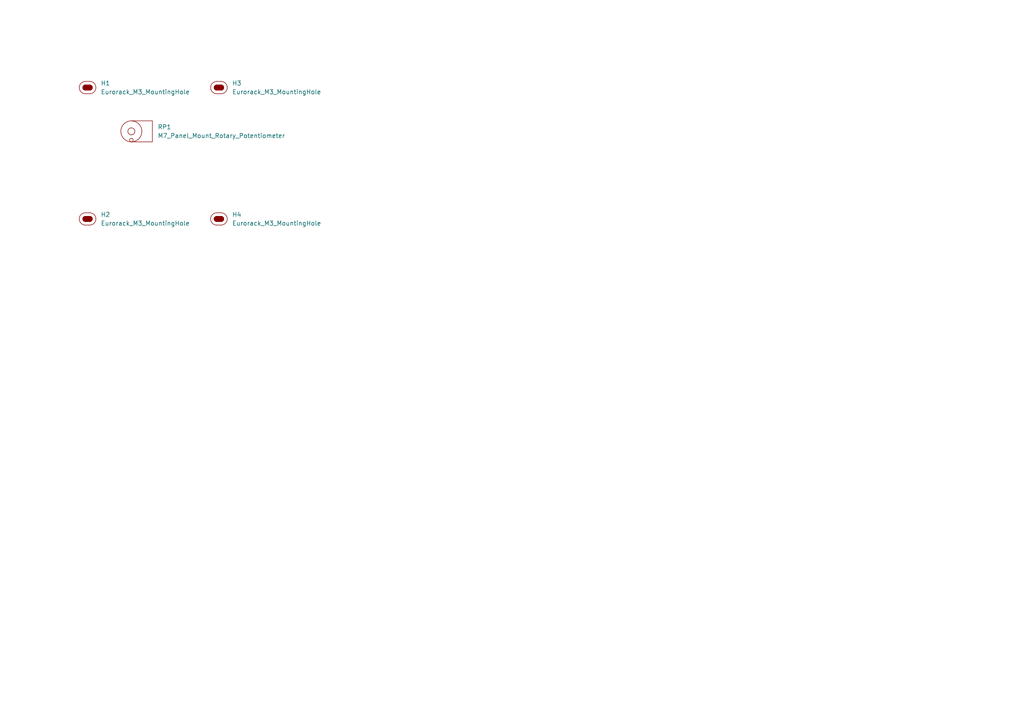
<source format=kicad_sch>
(kicad_sch (version 20250114) (generator "eeschema") (generator_version "9.0")
  (paper "A4")
  (lib_symbols
    (symbol "EXC:Eurorack_M3_MountingHole" (pin_names (offset 1.016))
      (property "Reference" "H" (at 0 5.08 0))
      (property "Value" "Eurorack_M3_MountingHole" (at 0 3.175 0))
      (symbol "Eurorack_M3_MountingHole_0_1"
        (polyline (pts (xy -0.635 0.762) (xy 0.635 0.762)))
        (circle (center -0.635 0) (radius 0.762) (fill (type outline)))
        (arc (start -0.635 -0.762) (mid -1.397 0) (end -0.635 0.762))
        (arc (start -0.635 -1.778) (mid -2.413 0) (end -0.635 1.778))
        (polyline (pts (xy -0.635 -0.762) (xy 0.635 -0.762)))
        (polyline (pts (xy -0.635 -1.778) (xy 0.635 -1.778)))
        (circle (center 0 0) (radius 0.762) (fill (type outline)))
        (polyline (pts (xy 0.635 1.778) (xy -0.635 1.778)))
        (arc (start 0.6141 1.778) (mid 2.4131 0) (end 0.6141 -1.778))
        (arc (start 0.6227 0.762) (mid 1.3971 0) (end 0.6227 -0.762))
        (circle (center 0.635 0) (radius 0.762) (fill (type outline)))
      )
    )
    (symbol "EXC:Rotary_Potentiometer_M7_Panel_Mount"
      (property "Reference" "RP" (at 0 4.064 0))
      (property "Value" "M7_Panel_Mount_Rotary_Potentiometer" (at 0 -4.318 0))
      (symbol "Rotary_Potentiometer_M7_Panel_Mount_0_1"
        (polyline (pts (xy 0 3.048) (xy 6.096 3.048) (xy 6.096 -3.048) (xy 0 -3.048)))
        (circle (center 0 0) (radius 1.016))
        (circle (center 0 0) (radius 3.048))
        (circle (center 0 -2.54) (radius 0.508))
      )
    )
  )
  (symbol (lib_id "EXC:Eurorack_M3_MountingHole") (at 63.5 25.4 0) (unit 1)
    (property "Reference" "H3" (at 67.31 24.1299 0) (effects (justify left)))
    (property "Value" "Eurorack_M3_MountingHole" (at 67.31 26.6699 0) (effects (justify left)))
    (property "Footprint" "EXC:MountingHole_3.2mm_M3" (effects (hide yes)))
    (property "Description" "Mounting Hole without connection" (effects (hide yes)))
  )
  (symbol (lib_id "EXC:Eurorack_M3_MountingHole") (at 63.5 63.5 0) (unit 1)
    (property "Reference" "H4" (at 67.31 62.2299 0) (effects (justify left)))
    (property "Value" "Eurorack_M3_MountingHole" (at 67.31 64.7699 0) (effects (justify left)))
    (property "Footprint" "EXC:MountingHole_3.2mm_M3" (effects (hide yes)))
    (property "Description" "Mounting Hole without connection" (effects (hide yes)))
  )
  (symbol (lib_id "EXC:Eurorack_M3_MountingHole") (at 25.4 63.5 0) (unit 1)
    (property "Reference" "H2" (at 29.21 62.2299 0) (effects (justify left)))
    (property "Value" "Eurorack_M3_MountingHole" (at 29.21 64.7699 0) (effects (justify left)))
    (property "Footprint" "EXC:MountingHole_3.2mm_M3" (effects (hide yes)))
    (property "Description" "Mounting Hole without connection" (effects (hide yes)))
  )
  (symbol (lib_id "EXC:Rotary_Potentiometer_M7_Panel_Mount") (at 38.1 38.1 0) (unit 1)
    (property "Reference" "RP1" (at 45.72 36.8299 0) (effects (justify left)))
    (property "Value" "M7_Panel_Mount_Rotary_Potentiometer" (at 45.72 39.3699 0) (effects (justify left)))
    (property "Footprint" "EXC:Rotary_Potentiometer_M7_Panel_Mount" (effects (hide yes)))
    (property "Datasheet" "https://cdn-shop.adafruit.com/product-files/562/p160.pdf" (effects (hide yes)))
    (property "Description" "An M7 panel-mounted linear potentiometer" (effects (hide yes)))
    (property "Source" "https://www.adafruit.com/product/562" (effects (hide yes)))
  )
  (symbol (lib_id "EXC:Eurorack_M3_MountingHole") (at 25.4 25.4 0) (unit 1)
    (property "Reference" "H1" (at 29.21 24.1299 0) (effects (justify left)))
    (property "Value" "Eurorack_M3_MountingHole" (at 29.21 26.6699 0) (effects (justify left)))
    (property "Footprint" "EXC:MountingHole_3.2mm_M3" (effects (hide yes)))
    (property "Description" "Mounting Hole without connection" (effects (hide yes)))
  )
)
</source>
